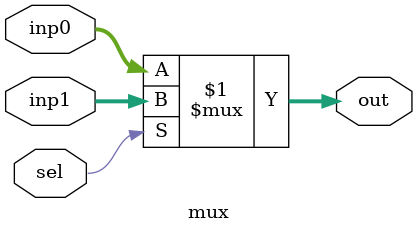
<source format=v>
`timescale 1ns / 1ps

module mux#(
	localparam LEN = 32
)(
    input  [LEN-1:0]  inp0,
    input  [LEN-1:0]  inp1,
    input             sel,
    output [LEN-1:0]  out
);
	assign out = (sel) ? inp1 : inp0; 
//	reg [LEN-1:0]  result;
//	assign out = result;
//	always @* begin
//		if(sel)
//			result = inpB;
//		else
//			result = inpA;
//	end
endmodule

</source>
